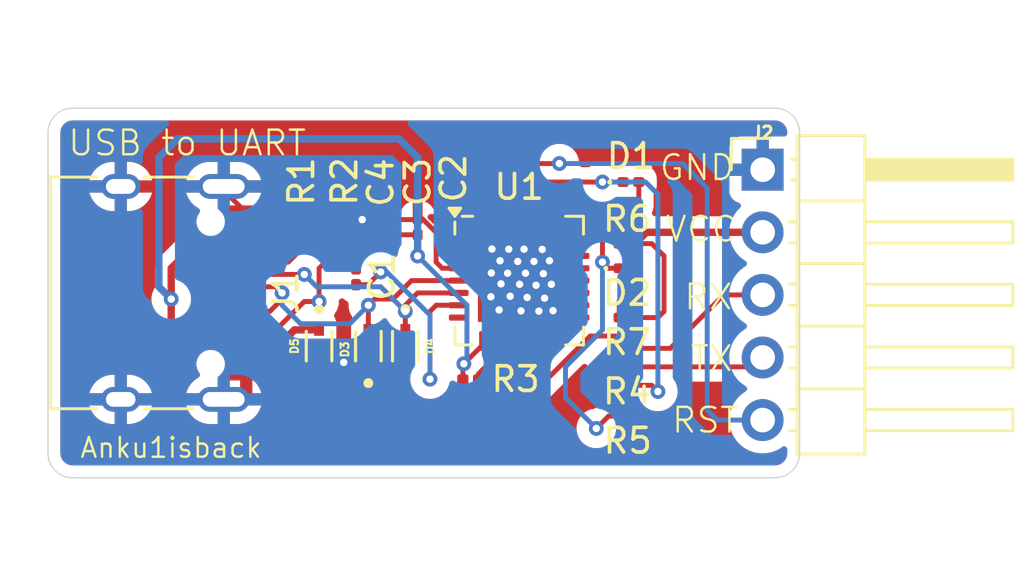
<source format=kicad_pcb>
(kicad_pcb (version 20241229) (generator "pcbnew") (generator_version "9.0")
  (layers (0 "F.Cu" signal) (2 "B.Cu" signal) (13 "F.Paste" user) (15 "B.Paste" user) (5 "F.SilkS" user "F.Silkscreen") (7 "B.SilkS" user "B.Silkscreen") (1 "F.Mask" user) (3 "B.Mask" user) (25 "Edge.Cuts" user))
  (net 0 "")
  (net 1 "GND")
  (net 2 "Net-(U1-VDD)")
  (net 3 "Net-(U1-~{DTR})")
  (net 4 "/RST")
  (net 5 "VBUS")
  (net 6 "Net-(D1-A)")
  (net 7 "Net-(D1-K)")
  (net 8 "Net-(D2-K)")
  (net 9 "Net-(D2-A)")
  (net 10 "/D+")
  (net 11 "Net-(J1-CC1)")
  (net 14 "Net-(J1-CC2)")
  (net 15 "/D-")
  (net 16 "/TX")
  (net 17 "/RX")
  (net 18 "Net-(U1-~{RST})")
  (footprint "LESD5D5.0CT1G:TVS_LESD5D5.0CT1G" (layer "F.Cu") (at 149.5 113.16 -90)
    (property "Reference" "D5" (at 0 1 90) (layer "F.SilkS") (effects (font (size 0.32 0.32))))
    (property "Value" "LESD5D5.0CT1G")
    (fp_line (start 0.6 0.52) (end -0.6 0.52) (stroke (width 0.127)) (layer "F.SilkS"))
    (fp_line (start -0.6 -0.52) (end 0.6 -0.52) (stroke (width 0.127)) (layer "F.SilkS"))
    (fp_circle (center -1.5 0) (end -1.4 0) (stroke (width 0.2)) (fill no) (layer "F.SilkS"))
    (pad "1" smd rect (at -0.66 0 270) (size 0.48 0.4) (layers "F.Cu" "F.Mask" "F.Paste") (net 5 "VBUS"))
    (pad "2" smd rect (at 0.66 0 270) (size 0.48 0.4) (layers "F.Cu" "F.Mask" "F.Paste") (net 1 "GND"))
  )
  (footprint "Capacitor_SMD:C_0201_0603Metric" (layer "F.Cu") (at 152 108.345 90)
    (property "Reference" "C4" (at 1.82 0 90) (layer "F.SilkS"))
    (property "Value" "100nF")
    (pad "1" smd roundrect (at -0.32 0 90) (size 0.46 0.4) (layers "F.Cu" "F.Mask") (net 5 "VBUS"))
    (pad "2" smd roundrect (at 0.32 0 90) (size 0.46 0.4) (layers "F.Cu" "F.Mask") (net 1 "GND"))
  )
  (footprint "Resistor_SMD:R_0201_0603Metric" (layer "F.Cu") (at 150.5 108.345 90)
    (property "Reference" "R2" (at 1.865 0.03 90) (layer "F.SilkS"))
    (property "Value" "5.1K")
    (pad "1" smd roundrect (at -0.32 0 90) (size 0.46 0.4) (layers "F.Cu" "F.Mask") (net 14 "Net-(J1-CC2)"))
    (pad "2" smd roundrect (at 0.32 0 90) (size 0.46 0.4) (layers "F.Cu" "F.Mask") (net 1 "GND"))
  )
  (footprint "Resistor_SMD:R_0201_0603Metric" (layer "F.Cu") (at 162 112 180)
    (property "Reference" "R7" (at 0 -1 0) (layer "F.SilkS"))
    (property "Value" "1K")
    (pad "1" smd roundrect (at -0.32 0 180) (size 0.46 0.4) (layers "F.Cu" "F.Mask") (net 5 "VBUS"))
    (pad "2" smd roundrect (at 0.32 0 180) (size 0.46 0.4) (layers "F.Cu" "F.Mask") (net 9 "Net-(D2-A)"))
  )
  (footprint "Capacitor_SMD:C_0201_0603Metric" (layer "F.Cu") (at 153.5 108.32 90)
    (property "Reference" "C3" (at 1.82 0 90) (layer "F.SilkS"))
    (property "Value" "100nF")
    (pad "1" smd roundrect (at -0.32 0 90) (size 0.46 0.4) (layers "F.Cu" "F.Mask") (net 5 "VBUS"))
    (pad "2" smd roundrect (at 0.32 0 90) (size 0.46 0.4) (layers "F.Cu" "F.Mask") (net 1 "GND"))
  )
  (footprint "Resistor_SMD:R_0201_0603Metric" (layer "F.Cu") (at 162 109 180)
    (property "Reference" "R6" (at 0 1 0) (layer "F.SilkS"))
    (property "Value" "1K")
    (pad "1" smd roundrect (at -0.32 0 180) (size 0.46 0.4) (layers "F.Cu" "F.Mask") (net 5 "VBUS"))
    (pad "2" smd roundrect (at 0.32 0 180) (size 0.46 0.4) (layers "F.Cu" "F.Mask") (net 6 "Net-(D1-A)"))
  )
  (footprint "Resistor_SMD:R_0201_0603Metric" (layer "F.Cu") (at 149 108.345 90)
    (property "Reference" "R1" (at 1.865 -0.22 90) (layer "F.SilkS"))
    (property "Value" "5.1K")
    (pad "1" smd roundrect (at -0.32 0 90) (size 0.46 0.4) (layers "F.Cu" "F.Mask") (net 11 "Net-(J1-CC1)"))
    (pad "2" smd roundrect (at 0.32 0 90) (size 0.46 0.4) (layers "F.Cu" "F.Mask") (net 1 "GND"))
  )
  (footprint "LED_SMD:LED_0201_0603Metric" (layer "F.Cu") (at 162 110)
    (property "Reference" "D2" (at 0 1 0) (layer "F.SilkS"))
    (property "Value" "LED")
    (fp_circle (center -0.86 0) (end -0.81 0) (stroke (width 0.1)) (fill no) (layer "F.SilkS"))
    (pad "1" smd roundrect (at -0.32 0) (size 0.46 0.4) (layers "F.Cu" "F.Mask") (net 8 "Net-(D2-K)"))
    (pad "2" smd roundrect (at 0.32 0) (size 0.46 0.4) (layers "F.Cu" "F.Mask") (net 9 "Net-(D2-A)"))
  )
  (footprint "LESD5D5.0CT1G:TVS_LESD5D5.0CT1G" (layer "F.Cu") (at 153 113.16 -90)
    (property "Reference" "D4" (at 0 -1 90) (layer "F.SilkS") (effects (font (size 0.32 0.32))))
    (property "Value" "LESD5D5.0CT1G")
    (fp_line (start 0.6 0.52) (end -0.6 0.52) (stroke (width 0.127)) (layer "F.SilkS"))
    (fp_line (start -0.6 -0.52) (end 0.6 -0.52) (stroke (width 0.127)) (layer "F.SilkS"))
    (fp_circle (center -1.5 0) (end -1.4 0) (stroke (width 0.2)) (fill no) (layer "F.SilkS"))
    (pad "1" smd rect (at -0.66 0 270) (size 0.48 0.4) (layers "F.Cu" "F.Mask" "F.Paste") (net 15 "/D-"))
    (pad "2" smd rect (at 0.66 0 270) (size 0.48 0.4) (layers "F.Cu" "F.Mask" "F.Paste") (net 1 "GND"))
  )
  (footprint "Capacitor_SMD:C_0201_0603Metric" (layer "F.Cu") (at 156 106.345 90)
    (property "Reference" "C2" (at 0 -1.05 90) (layer "F.SilkS"))
    (property "Value" "100nF")
    (pad "1" smd roundrect (at -0.32 0 90) (size 0.46 0.4) (layers "F.Cu" "F.Mask") (net 3 "Net-(U1-~{DTR})"))
    (pad "2" smd roundrect (at 0.32 0 90) (size 0.46 0.4) (layers "F.Cu" "F.Mask") (net 4 "/RST"))
  )
  (footprint "LESD5D5.0CT1G:TVS_LESD5D5.0CT1G" (layer "F.Cu") (at 151.5 113.16 90)
    (property "Reference" "D3" (at -0.134 -0.9532 90) (layer "F.SilkS") (effects (font (size 0.32 0.32))))
    (property "Value" "LESD5D5.0CT1G")
    (fp_line (start -0.6 -0.52) (end 0.6 -0.52) (stroke (width 0.127)) (layer "F.SilkS"))
    (fp_line (start 0.6 0.52) (end -0.6 0.52) (stroke (width 0.127)) (layer "F.SilkS"))
    (fp_circle (center -1.5 0) (end -1.4 0) (stroke (width 0.2)) (fill no) (layer "F.SilkS"))
    (pad "1" smd rect (at -0.66 0 90) (size 0.48 0.4) (layers "F.Cu" "F.Mask" "F.Paste") (net 1 "GND"))
    (pad "2" smd rect (at 0.66 0 90) (size 0.48 0.4) (layers "F.Cu" "F.Mask" "F.Paste") (net 10 "/D+"))
  )
  (footprint "Resistor_SMD:R_0201_0603Metric" (layer "F.Cu") (at 162.025 116 180)
    (property "Reference" "R5" (at 0 -1 0) (layer "F.SilkS"))
    (property "Value" "1K")
    (pad "1" smd roundrect (at -0.32 0 180) (size 0.46 0.4) (layers "F.Cu" "F.Mask") (net 17 "/RX"))
    (pad "2" smd roundrect (at 0.32 0 180) (size 0.46 0.4) (layers "F.Cu" "F.Mask") (net 8 "Net-(D2-K)"))
  )
  (footprint "Package_DFN_QFN:QFN-28-1EP_5x5mm_P0.5mm_EP3.35x3.35mm" (layer "F.Cu") (at 157.62 110.5)
    (property "Reference" "U1" (at 0 -3.8 0) (layer "F.SilkS"))
    (property "Value" "CP2102N-Axx-xQFN28")
    (fp_line (start -2.61 -1.885) (end -2.61 -2.37) (stroke (width 0.12)) (layer "F.SilkS"))
    (fp_line (start -2.61 2.61) (end -2.61 1.885) (stroke (width 0.12)) (layer "F.SilkS"))
    (fp_line (start -1.885 -2.61) (end -2.31 -2.61) (stroke (width 0.12)) (layer "F.SilkS"))
    (fp_line (start -1.885 2.61) (end -2.61 2.61) (stroke (width 0.12)) (layer "F.SilkS"))
    (fp_line (start 1.885 -2.61) (end 2.61 -2.61) (stroke (width 0.12)) (layer "F.SilkS"))
    (fp_line (start 1.885 2.61) (end 2.61 2.61) (stroke (width 0.12)) (layer "F.SilkS"))
    (fp_line (start 2.61 -2.61) (end 2.61 -1.885) (stroke (width 0.12)) (layer "F.SilkS"))
    (fp_line (start 2.61 2.61) (end 2.61 1.885) (stroke (width 0.12)) (layer "F.SilkS"))
    (fp_poly (pts (xy -2.61 -2.61) (xy -2.85 -2.94) (xy -2.37 -2.94)) (stroke (width 0.12)) (fill yes) (layer "F.SilkS"))
    (pad "1" smd roundrect (at -2.45 -1.5) (size 0.8 0.25) (layers "F.Cu" "F.Mask" "F.Paste"))
    (pad "2" smd roundrect (at -2.45 -1) (size 0.8 0.25) (layers "F.Cu" "F.Mask" "F.Paste"))
    (pad "3" smd roundrect (at -2.45 -0.5) (size 0.8 0.25) (layers "F.Cu" "F.Mask" "F.Paste") (net 1 "GND"))
    (pad "4" smd roundrect (at -2.45 0) (size 0.8 0.25) (layers "F.Cu" "F.Mask" "F.Paste") (net 10 "/D+"))
    (pad "5" smd roundrect (at -2.45 0.5) (size 0.8 0.25) (layers "F.Cu" "F.Mask" "F.Paste") (net 15 "/D-"))
    (pad "6" smd roundrect (at -2.45 1) (size 0.8 0.25) (layers "F.Cu" "F.Mask" "F.Paste") (net 2 "Net-(U1-VDD)"))
    (pad "7" smd roundrect (at -2.45 1.5) (size 0.8 0.25) (layers "F.Cu" "F.Mask" "F.Paste") (net 5 "VBUS"))
    (pad "8" smd roundrect (at -1.5 2.45) (size 0.25 0.8) (layers "F.Cu" "F.Mask" "F.Paste") (net 5 "VBUS"))
    (pad "9" smd roundrect (at -1 2.45) (size 0.25 0.8) (layers "F.Cu" "F.Mask" "F.Paste") (net 18 "Net-(U1-~{RST})"))
    (pad "10" smd roundrect (at -0.5 2.45) (size 0.25 0.8) (layers "F.Cu" "F.Mask" "F.Paste"))
    (pad "11" smd roundrect (at 0 2.45) (size 0.25 0.8) (layers "F.Cu" "F.Mask" "F.Paste"))
    (pad "12" smd roundrect (at 0.5 2.45) (size 0.25 0.8) (layers "F.Cu" "F.Mask" "F.Paste"))
    (pad "13" smd roundrect (at 1 2.45) (size 0.25 0.8) (layers "F.Cu" "F.Mask" "F.Paste"))
    (pad "14" smd roundrect (at 1.5 2.45) (size 0.25 0.8) (layers "F.Cu" "F.Mask" "F.Paste"))
    (pad "15" smd roundrect (at 2.45 1.5) (size 0.8 0.25) (layers "F.Cu" "F.Mask" "F.Paste"))
    (pad "16" smd roundrect (at 2.45 1) (size 0.8 0.25) (layers "F.Cu" "F.Mask" "F.Paste"))
    (pad "17" smd roundrect (at 2.45 0.5) (size 0.8 0.25) (layers "F.Cu" "F.Mask" "F.Paste"))
    (pad "18" smd roundrect (at 2.45 0) (size 0.8 0.25) (layers "F.Cu" "F.Mask" "F.Paste"))
    (pad "19" smd roundrect (at 2.45 -0.5) (size 0.8 0.25) (layers "F.Cu" "F.Mask" "F.Paste"))
    (pad "20" smd roundrect (at 2.45 -1) (size 0.8 0.25) (layers "F.Cu" "F.Mask" "F.Paste"))
    (pad "21" smd roundrect (at 2.45 -1.5) (size 0.8 0.25) (layers "F.Cu" "F.Mask" "F.Paste"))
    (pad "22" smd roundrect (at 1.5 -2.45) (size 0.25 0.8) (layers "F.Cu" "F.Mask" "F.Paste"))
    (pad "23" smd roundrect (at 1 -2.45) (size 0.25 0.8) (layers "F.Cu" "F.Mask" "F.Paste"))
    (pad "24" smd roundrect (at 0.5 -2.45) (size 0.25 0.8) (layers "F.Cu" "F.Mask" "F.Paste"))
    (pad "25" smd roundrect (at 0 -2.45) (size 0.25 0.8) (layers "F.Cu" "F.Mask" "F.Paste") (net 8 "Net-(D2-K)"))
    (pad "26" smd roundrect (at -0.5 -2.45) (size 0.25 0.8) (layers "F.Cu" "F.Mask" "F.Paste") (net 7 "Net-(D1-K)"))
    (pad "27" smd roundrect (at -1 -2.45) (size 0.25 0.8) (layers "F.Cu" "F.Mask" "F.Paste"))
    (pad "28" smd roundrect (at -1.5 -2.45) (size 0.25 0.8) (layers "F.Cu" "F.Mask" "F.Paste") (net 3 "Net-(U1-~{DTR})"))
    (pad "29" smd rect (at 0 0) (size 3.35 3.35) (property pad_prop_heatsink) (layers "F.Cu" "F.Mask") (net 1 "GND"))
  )
  (footprint "Connector_PinHeader_2.54mm:PinHeader_1x05_P2.54mm_Horizontal" (layer "F.Cu") (at 167.5 106)
    (property "Reference" "J2" (at 0 -1.5 0) (layer "F.SilkS") (effects (font (size 0.5 0.5) (thickness 0.125))))
    (property "Value" "Conn_01x05_Pin")
    (fp_line (start -1.27 -1.27) (end 0 -1.27) (stroke (width 0.12)) (layer "F.SilkS"))
    (fp_line (start -1.27 0) (end -1.27 -1.27) (stroke (width 0.12)) (layer "F.SilkS"))
    (fp_line (start 1.077358 2.11) (end 1.39 2.11) (stroke (width 0.12)) (layer "F.SilkS"))
    (fp_line (start 1.077358 2.97) (end 1.39 2.97) (stroke (width 0.12)) (layer "F.SilkS"))
    (fp_line (start 1.077358 4.65) (end 1.39 4.65) (stroke (width 0.12)) (layer "F.SilkS"))
    (fp_line (start 1.077358 5.51) (end 1.39 5.51) (stroke (width 0.12)) (layer "F.SilkS"))
    (fp_line (start 1.077358 7.19) (end 1.39 7.19) (stroke (width 0.12)) (layer "F.SilkS"))
    (fp_line (start 1.077358 8.05) (end 1.39 8.05) (stroke (width 0.12)) (layer "F.SilkS"))
    (fp_line (start 1.077358 9.73) (end 1.39 9.73) (stroke (width 0.12)) (layer "F.SilkS"))
    (fp_line (start 1.077358 10.59) (end 1.39 10.59) (stroke (width 0.12)) (layer "F.SilkS"))
    (fp_line (start 1.16 -0.43) (end 1.39 -0.43) (stroke (width 0.12)) (layer "F.SilkS"))
    (fp_line (start 1.16 0.43) (end 1.39 0.43) (stroke (width 0.12)) (layer "F.SilkS"))
    (fp_line (start 1.39 -1.38) (end 1.39 11.54) (stroke (width 0.12)) (layer "F.SilkS"))
    (fp_line (start 1.39 1.27) (end 4.15 1.27) (stroke (width 0.12)) (layer "F.SilkS"))
    (fp_line (start 1.39 3.81) (end 4.15 3.81) (stroke (width 0.12)) (layer "F.SilkS"))
    (fp_line (start 1.39 6.35) (end 4.15 6.35) (stroke (width 0.12)) (layer "F.SilkS"))
    (fp_line (start 1.39 8.89) (end 4.15 8.89) (stroke (width 0.12)) (layer "F.SilkS"))
    (fp_line (start 1.39 11.54) (end 4.15 11.54) (stroke (width 0.12)) (layer "F.SilkS"))
    (fp_line (start 4.15 -1.38) (end 1.39 -1.38) (stroke (width 0.12)) (layer "F.SilkS"))
    (fp_line (start 4.15 2.11) (end 10.15 2.11) (stroke (width 0.12)) (layer "F.SilkS"))
    (fp_line (start 4.15 4.65) (end 10.15 4.65) (stroke (width 0.12)) (layer "F.SilkS"))
    (fp_line (start 4.15 7.19) (end 10.15 7.19) (stroke (width 0.12)) (layer "F.SilkS"))
    (fp_line (start 4.15 9.73) (end 10.15 9.73) (stroke (width 0.12)) (layer "F.SilkS"))
    (fp_line (start 4.15 11.54) (end 4.15 -1.38) (stroke (width 0.12)) (layer "F.SilkS"))
    (fp_line (start 10.15 2.11) (end 10.15 2.97) (stroke (width 0.12)) (layer "F.SilkS"))
    (fp_line (start 10.15 2.97) (end 4.15 2.97) (stroke (width 0.12)) (layer "F.SilkS"))
    (fp_line (start 10.15 4.65) (end 10.15 5.51) (stroke (width 0.12)) (layer "F.SilkS"))
    (fp_line (start 10.15 5.51) (end 4.15 5.51) (stroke (width 0.12)) (layer "F.SilkS"))
    (fp_line (start 10.15 7.19) (end 10.15 8.05) (stroke (width 0.12)) (layer "F.SilkS"))
    (fp_line (start 10.15 8.05) (end 4.15 8.05) (stroke (width 0.12)) (layer "F.SilkS"))
    (fp_line (start 10.15 9.73) (end 10.15 10.59) (stroke (width 0.12)) (layer "F.SilkS"))
    (fp_line (start 10.15 10.59) (end 4.15 10.59) (stroke (width 0.12)) (layer "F.SilkS"))
    (fp_rect (start 4.15 -0.43) (end 10.15 0.43) (stroke (width 0.12)) (fill yes) (layer "F.SilkS"))
    (pad "1" thru_hole rect (at 0 0) (size 1.7 1.7) (drill 1) (layers "*.Cu" "*.Mask") (net 1 "GND"))
    (pad "2" thru_hole circle (at 0 2.54) (size 1.7 1.7) (drill 1) (layers "*.Cu" "*.Mask") (net 5 "VBUS"))
    (pad "3" thru_hole circle (at 0 5.08) (size 1.7 1.7) (drill 1) (layers "*.Cu" "*.Mask") (net 17 "/RX"))
    (pad "4" thru_hole circle (at 0 7.62) (size 1.7 1.7) (drill 1) (layers "*.Cu" "*.Mask") (net 16 "/TX"))
    (pad "5" thru_hole circle (at 0 10.16) (size 1.7 1.7) (drill 1) (layers "*.Cu" "*.Mask") (net 4 "/RST"))
  )
  (footprint "LED_SMD:LED_0201_0603Metric" (layer "F.Cu") (at 162.155 106.5)
    (property "Reference" "D1" (at 0 -1.05 0) (layer "F.SilkS"))
    (property "Value" "LED")
    (fp_circle (center -0.86 0) (end -0.81 0) (stroke (width 0.1)) (fill no) (layer "F.SilkS"))
    (pad "1" smd roundrect (at -0.32 0) (size 0.46 0.4) (layers "F.Cu" "F.Mask") (net 7 "Net-(D1-K)"))
    (pad "2" smd roundrect (at 0.32 0) (size 0.46 0.4) (layers "F.Cu" "F.Mask") (net 6 "Net-(D1-A)"))
  )
  (footprint "Resistor_SMD:R_0201_0603Metric" (layer "F.Cu") (at 155.655 114.5)
    (property "Reference" "R3" (at 1.82 0 0) (layer "F.SilkS"))
    (property "Value" "10K")
    (pad "1" smd roundrect (at -0.32 0) (size 0.46 0.4) (layers "F.Cu" "F.Mask") (net 5 "VBUS"))
    (pad "2" smd roundrect (at 0.32 0) (size 0.46 0.4) (layers "F.Cu" "F.Mask") (net 18 "Net-(U1-~{RST})"))
  )
  (footprint "Connector_USB:USB_C_Receptacle_HRO_TYPE-C-31-M-12" (layer "F.Cu") (at 142.5 111 -90)
    (property "Reference" "J1" (at 0 -5.645 90) (layer "F.SilkS"))
    (property "Value" "USB_C_Receptacle_USB2.0_16P")
    (fp_line (start -4.7 3.9) (end 4.7 3.9) (stroke (width 0.12)) (layer "F.SilkS"))
    (fp_line (start -4.7 2) (end -4.7 3.9) (stroke (width 0.12)) (layer "F.SilkS"))
    (fp_line (start 4.7 2) (end 4.7 3.9) (stroke (width 0.12)) (layer "F.SilkS"))
    (fp_line (start -4.7 -1.9) (end -4.7 0.1) (stroke (width 0.12)) (layer "F.SilkS"))
    (fp_line (start 4.7 -1.9) (end 4.7 0.1) (stroke (width 0.12)) (layer "F.SilkS"))
    (pad "" np_thru_hole circle (at -2.89 -2.6 270) (size 0.65 0.65) (drill 0.65) (layers "*.Cu" "*.Mask"))
    (pad "" np_thru_hole circle (at 2.89 -2.6 270) (size 0.65 0.65) (drill 0.65) (layers "*.Cu" "*.Mask"))
    (pad "A1" smd rect (at -3.25 -4.045 270) (size 0.6 1.45) (layers "F.Cu" "F.Mask" "F.Paste") (net 1 "GND"))
    (pad "A4" smd rect (at -2.45 -4.045 270) (size 0.6 1.45) (layers "F.Cu" "F.Mask" "F.Paste") (net 5 "VBUS"))
    (pad "A5" smd rect (at -1.25 -4.045 270) (size 0.3 1.45) (layers "F.Cu" "F.Mask" "F.Paste") (net 11 "Net-(J1-CC1)"))
    (pad "A6" smd rect (at -0.25 -4.045 270) (size 0.3 1.45) (layers "F.Cu" "F.Mask" "F.Paste") (net 10 "/D+"))
    (pad "A7" smd rect (at 0.25 -4.045 270) (size 0.3 1.45) (layers "F.Cu" "F.Mask" "F.Paste") (net 15 "/D-"))
    (pad "A8" smd rect (at 1.25 -4.045 270) (size 0.3 1.45) (layers "F.Cu" "F.Mask" "F.Paste"))
    (pad "A9" smd rect (at 2.45 -4.045 270) (size 0.6 1.45) (layers "F.Cu" "F.Mask" "F.Paste") (net 5 "VBUS"))
    (pad "A12" smd rect (at 3.25 -4.045 270) (size 0.6 1.45) (layers "F.Cu" "F.Mask" "F.Paste") (net 1 "GND"))
    (pad "B1" smd rect (at 3.25 -4.045 270) (size 0.6 1.45) (layers "F.Cu" "F.Mask" "F.Paste") (net 1 "GND"))
    (pad "B4" smd rect (at 2.45 -4.045 270) (size 0.6 1.45) (layers "F.Cu" "F.Mask" "F.Paste") (net 5 "VBUS"))
    (pad "B5" smd rect (at 1.75 -4.045 270) (size 0.3 1.45) (layers "F.Cu" "F.Mask" "F.Paste") (net 14 "Net-(J1-CC2)"))
    (pad "B6" smd rect (at 0.75 -4.045 270) (size 0.3 1.45) (layers "F.Cu" "F.Mask" "F.Paste") (net 10 "/D+"))
    (pad "B7" smd rect (at -0.75 -4.045 270) (size 0.3 1.45) (layers "F.Cu" "F.Mask" "F.Paste") (net 15 "/D-"))
    (pad "B8" smd rect (at -1.75 -4.045 270) (size 0.3 1.45) (layers "F.Cu" "F.Mask" "F.Paste"))
    (pad "B9" smd rect (at -2.45 -4.045 270) (size 0.6 1.45) (layers "F.Cu" "F.Mask" "F.Paste") (net 5 "VBUS"))
    (pad "B12" smd rect (at -3.25 -4.045 270) (size 0.6 1.45) (layers "F.Cu" "F.Mask" "F.Paste") (net 1 "GND"))
    (pad "S1" thru_hole oval (at -4.32 -3.13 270) (size 1 2.1) (drill oval 0.6 1.7) (property pad_prop_heatsink) (layers "*.Cu" "*.Mask") (net 1 "GND"))
    (pad "S1" thru_hole oval (at -4.32 1.05 270) (size 1 1.6) (drill oval 0.6 1.2) (property pad_prop_heatsink) (layers "*.Cu" "*.Mask") (net 1 "GND"))
    (pad "S1" thru_hole oval (at 4.32 -3.13 270) (size 1 2.1) (drill oval 0.6 1.7) (property pad_prop_heatsink) (layers "*.Cu" "*.Mask") (net 1 "GND"))
    (pad "S1" thru_hole oval (at 4.32 1.05 270) (size 1 1.6) (drill oval 0.6 1.2) (property pad_prop_heatsink) (layers "*.Cu" "*.Mask") (net 1 "GND"))
  )
  (footprint "Resistor_SMD:R_0201_0603Metric" (layer "F.Cu") (at 162 114 180)
    (property "Reference" "R4" (at 0 -1 0) (layer "F.SilkS"))
    (property "Value" "1K")
    (pad "1" smd roundrect (at -0.32 0 180) (size 0.46 0.4) (layers "F.Cu" "F.Mask") (net 16 "/TX"))
    (pad "2" smd roundrect (at 0.32 0 180) (size 0.46 0.4) (layers "F.Cu" "F.Mask") (net 7 "Net-(D1-K)"))
  )
  (footprint "Capacitor_SMD:C_0201_0603Metric" (layer "F.Cu") (at 151 110.345 -90)
    (property "Reference" "C1" (at 0 -1.05 90) (layer "F.SilkS"))
    (property "Value" "100nF")
    (pad "1" smd roundrect (at -0.32 0 270) (size 0.46 0.4) (layers "F.Cu" "F.Mask") (net 1 "GND"))
    (pad "2" smd roundrect (at 0.32 0 270) (size 0.46 0.4) (layers "F.Cu" "F.Mask") (net 2 "Net-(U1-VDD)"))
  )
  (gr_arc (start 139.5 118.5) (mid 138.792893 118.207107) (end 138.5 117.5) (stroke (width 0.05)) (layer "Edge.Cuts"))
  (gr_arc (start 168 103.5) (mid 168.707107 103.792893) (end 169 104.5) (stroke (width 0.05)) (layer "Edge.Cuts"))
  (gr_line (start 169 104.5) (end 169 117.5) (stroke (width 0.05)) (layer "Edge.Cuts"))
  (gr_line (start 139.5 103.5) (end 168 103.5) (stroke (width 0.05)) (layer "Edge.Cuts"))
  (gr_line (start 139.5 118.5) (end 168 118.5) (stroke (width 0.05)) (layer "Edge.Cuts"))
  (gr_line (start 138.5 117.5) (end 138.5 104.5) (stroke (width 0.05)) (layer "Edge.Cuts"))
  (gr_arc (start 138.5 104.5) (mid 138.792893 103.792893) (end 139.5 103.5) (stroke (width 0.05)) (layer "Edge.Cuts"))
  (gr_arc (start 169 117.5) (mid 168.707107 118.207107) (end 168 118.5) (stroke (width 0.05)) (layer "Edge.Cuts"))
  (gr_text "VCC" (at 163.5 109 0) (layer "F.SilkS") (effects (font (size 1 1) (thickness 0.1)) (justify left bottom)))
  (gr_text "USB to UART" (at 139.25 105.5 0) (layer "F.SilkS") (effects (font (size 1 1) (thickness 0.1)) (justify left bottom)))
  (gr_text "TX\n" (at 164.5 114.25 0) (layer "F.SilkS") (effects (font (size 1 1) (thickness 0.1)) (justify left bottom)))
  (gr_text "GND" (at 163.25 106.5 0) (layer "F.SilkS") (effects (font (size 1 1) (thickness 0.1)) (justify left bottom)))
  (gr_text "RST\n" (at 163.75 116.75 0) (layer "F.SilkS") (effects (font (size 1 1) (thickness 0.1)) (justify left bottom)))
  (gr_text "Anku1isback\n" (at 139.75 117.75 0) (layer "F.SilkS") (effects (font (size 0.8 0.8) (thickness 0.1)) (justify left bottom)))
  (gr_text "RX" (at 164.25 111.75 0) (layer "F.SilkS") (effects (font (size 1 1) (thickness 0.1)) (justify left bottom)))
  (segment (start 153.699999 108) (end 153.5 108) (width 0.2) (layer "F.Cu") (net 1))
  (segment (start 150.5 113.82) (end 149.5 113.82) (width 0.2) (layer "F.Cu") (net 1))
  (segment (start 153.475 108.025) (end 153.5 108) (width 0.2) (layer "F.Cu") (net 1))
  (segment (start 149.07 114.25) (end 149.5 113.82) (width 0.2) (layer "F.Cu") (net 1))
  (segment (start 146.545 107.75) (end 147.75 107.75) (width 0.2) (layer "F.Cu") (net 1))
  (segment (start 151.25 108.025) (end 150.5 108.025) (width 0.2) (layer "F.Cu") (net 1))
  (segment (start 145.63 106.68) (end 145.63 106.835) (width 0.2) (layer "F.Cu") (net 1))
  (segment (start 141.45 115.32) (end 145.63 115.32) (width 0.2) (layer "F.Cu") (net 1))
  (segment (start 154.5 110) (end 154.25 109.75) (width 0.2) (layer "F.Cu") (net 1))
  (segment (start 146.18 115.32) (end 146.545 114.955) (width 0.2) (layer "F.Cu") (net 1))
  (segment (start 154.25 109.75) (end 154.25 108.550001) (width 0.2) (layer "F.Cu") (net 1))
  (segment (start 164 106) (end 162.5 104.5) (width 0.3) (layer "F.Cu") (net 1))
  (segment (start 145.63 115.32) (end 146.18 115.32) (width 0.2) (layer "F.Cu") (net 1))
  (segment (start 155.17 110) (end 154.5 110) (width 0.2) (layer "F.Cu") (net 1))
  (segment (start 146.545 114.25) (end 149.07 114.25) (width 0.2) (layer "F.Cu") (net 1))
  (segment (start 153.5 105.5) (end 153.5 108) (width 0.3) (layer "F.Cu") (net 1))
  (segment (start 141.45 106.68) (end 145.63 106.68) (width 0.2) (layer "F.Cu") (net 1))
  (segment (start 150.5 108.025) (end 152 108.025) (width 0.2) (layer "F.Cu") (net 1))
  (segment (start 151.5 113.82) (end 150.5 113.82) (width 0.2) (layer "F.Cu") (net 1))
  (segment (start 149 108.025) (end 151.25 108.025) (width 0.2) (layer "F.Cu") (net 1))
  (segment (start 148.025 108.025) (end 149 108.025) (width 0.2) (layer "F.Cu") (net 1))
  (segment (start 146.545 114.955) (end 146.545 114.25) (width 0.2) (layer "F.Cu") (net 1))
  (segment (start 154.5 104.5) (end 153.5 105.5) (width 0.3) (layer "F.Cu") (net 1))
  (segment (start 162.5 104.5) (end 154.5 104.5) (width 0.3) (layer "F.Cu") (net 1))
  (segment (start 147.75 107.75) (end 148.025 108.025) (width 0.2) (layer "F.Cu") (net 1))
  (segment (start 154.25 108.550001) (end 153.699999 108) (width 0.2) (layer "F.Cu") (net 1))
  (segment (start 151 109) (end 151.25 108.75) (width 0.2) (layer "F.Cu") (net 1))
  (segment (start 145.63 106.835) (end 146.545 107.75) (width 0.2) (layer "F.Cu") (net 1))
  (segment (start 152 108.025) (end 153.475 108.025) (width 0.2) (layer "F.Cu") (net 1))
  (segment (start 167.5 106) (end 164 106) (width 0.3) (layer "F.Cu") (net 1))
  (segment (start 151 110.025) (end 151 109) (width 0.2) (layer "F.Cu") (net 1))
  (segment (start 153 113.82) (end 151.5 113.82) (width 0.2) (layer "F.Cu") (net 1))
  (segment (start 151.25 108.75) (end 151.25 108.025) (width 0.2) (layer "F.Cu") (net 1))
  (via (at 157.637001 110.649819) (size 0.6) (drill 0.3) (layers "F.Cu" "B.Cu") (net 1))
  (via (at 151.25 108.025) (size 0.6) (drill 0.3) (layers "F.Cu" "B.Cu") (net 1))
  (via (at 158.219709 109.723217) (size 0.6) (drill 0.3) (layers "F.Cu" "B.Cu") (net 1))
  (via (at 150.5 113.82) (size 0.6) (drill 0.3) (layers "F.Cu" "B.Cu") (net 1))
  (via (at 158.420314 111.738814) (size 0.6) (drill 0.3) (layers "F.Cu" "B.Cu") (net 1))
  (via (at 156.844136 109.694559) (size 0.6) (drill 0.3) (layers "F.Cu" "B.Cu") (net 1))
  (via (at 157.8185 109.226482) (size 0.6) (drill 0.3) (layers "F.Cu" "B.Cu") (net 1))
  (via (at 156.805925 111.691051) (size 0.6) (drill 0.3) (layers "F.Cu" "B.Cu") (net 1))
  (via (at 157.875816 110.200847) (size 0.6) (drill 0.3) (layers "F.Cu" "B.Cu") (net 1))
  (via (at 157.942684 111.184764) (size 0.6) (drill 0.3) (layers "F.Cu" "B.Cu") (net 1))
  (via (at 158.993469 111.719709) (size 0.6) (drill 0.3) (layers "F.Cu" "B.Cu") (net 1))
  (via (at 157.197582 109.226482) (size 0.6) (drill 0.3) (layers "F.Cu" "B.Cu") (net 1))
  (via (at 156.514207 109.218562) (size 0.6) (drill 0.3) (layers "F.Cu" "B.Cu") (net 1))
  (via (at 156.882346 110.630714) (size 0.6) (drill 0.3) (layers "F.Cu" "B.Cu") (net 1))
  (via (at 157.56058 109.723217) (size 0.6) (drill 0.3) (layers "F.Cu" "B.Cu") (net 1))
  (via (at 158.55405 109.236035) (size 0.6) (drill 0.3) (layers "F.Cu" "B.Cu") (net 1))
  (via (at 158.926601 110.649819) (size 0.6) (drill 0.3) (layers "F.Cu" "B.Cu") (net 1))
  (via (at 157.694317 111.729262) (size 0.6) (drill 0.3) (layers "F.Cu" "B.Cu") (net 1))
  (via (at 156.49069 110.191294) (size 0.6) (drill 0.3) (layers "F.Cu" "B.Cu") (net 1))
  (via (at 158.649576 111.213422) (size 0.6) (drill 0.3) (layers "F.Cu" "B.Cu") (net 1))
  (via (at 158.85018 109.694559) (size 0.6) (drill 0.3) (layers "F.Cu" "B.Cu") (net 1))
  (via (at 157.149819 110.200847) (size 0.6) (drill 0.3) (layers "F.Cu" "B.Cu") (net 1))
  (via (at 157.254897 111.137001) (size 0.6) (drill 0.3) (layers "F.Cu" "B.Cu") (net 1))
  (via (at 156.471585 111.156106) (size 0.6) (drill 0.3) (layers "F.Cu" "B.Cu") (net 1))
  (via (at 158.305682 110.688029) (size 0.6) (drill 0.3) (layers "F.Cu" "B.Cu") (net 1))
  (via (at 158.601813 110.219952) (size 0.6) (drill 0.3) (layers "F.Cu" "B.Cu") (net 1))
  (segment (start 147.725 108.025) (end 147.25 108.5) (width 0.2) (layer "B.Cu") (net 1))
  (segment (start 147.25 108.5) (end 147.25 113) (width 0.2) (layer "B.Cu") (net 1))
  (segment (start 147.25 113) (end 148.07 113.82) (width 0.2) (layer "B.Cu") (net 1))
  (segment (start 148.07 113.82) (end 150.5 113.82) (width 0.2) (layer "B.Cu") (net 1))
  (segment (start 151.25 108.025) (end 147.725 108.025) (width 0.2) (layer "B.Cu") (net 1))
  (segment (start 151 110.665) (end 151.485 110.665) (width 0.2) (layer "F.Cu") (net 2))
  (segment (start 155.17 111.5) (end 154.25 111.5) (width 0.2) (layer "F.Cu") (net 2))
  (segment (start 151.485 110.665) (end 152 110.15) (width 0.2) (layer "F.Cu") (net 2))
  (segment (start 154 111.75) (end 154 114.5) (width 0.2) (layer "F.Cu") (net 2))
  (segment (start 154.25 111.5) (end 154 111.75) (width 0.2) (layer "F.Cu") (net 2))
  (via (at 154 114.5) (size 0.6) (drill 0.3) (layers "F.Cu" "B.Cu") (net 2))
  (via (at 152 110.15) (size 0.6) (drill 0.3) (layers "F.Cu" "B.Cu") (net 2))
  (segment (start 152 110.15) (end 152.249943 110.15) (width 0.2) (layer "B.Cu") (net 2))
  (segment (start 152.249943 110.15) (end 154 111.900057) (width 0.2) (layer "B.Cu") (net 2))
  (segment (start 154 111.900057) (end 154 114.5) (width 0.2) (layer "B.Cu") (net 2))
  (segment (start 156.12 106.785) (end 156 106.665) (width 0.2) (layer "F.Cu") (net 3))
  (segment (start 156.12 108.05) (end 156.12 106.785) (width 0.2) (layer "F.Cu") (net 3))
  (segment (start 159.25 105.75) (end 156.275 105.75) (width 0.2) (layer "F.Cu") (net 4))
  (segment (start 156.275 105.75) (end 156 106.025) (width 0.2) (layer "F.Cu") (net 4))
  (via (at 159.25 105.75) (size 0.6) (drill 0.3) (layers "F.Cu" "B.Cu") (net 4))
  (segment (start 165.66 116.16) (end 167.5 116.16) (width 0.2) (layer "B.Cu") (net 4))
  (segment (start 165.25 115.75) (end 165.66 116.16) (width 0.2) (layer "B.Cu") (net 4))
  (segment (start 159.25 105.75) (end 164.25 105.75) (width 0.2) (layer "B.Cu") (net 4))
  (segment (start 165.25 106.75) (end 165.25 115.75) (width 0.2) (layer "B.Cu") (net 4))
  (segment (start 164.25 105.75) (end 165.25 106.75) (width 0.2) (layer "B.Cu") (net 4))
  (segment (start 163.25 112) (end 163.5 111.75) (width 0.2) (layer "F.Cu") (net 5))
  (segment (start 155.635001 115) (end 158.25 115) (width 0.2) (layer "F.Cu") (net 5))
  (segment (start 155.375 113.875) (end 156.12 113.13) (width 0.2) (layer "F.Cu") (net 5))
  (segment (start 152.025 108.64) (end 152 108.665) (width 0.2) (layer "F.Cu") (net 5))
  (segment (start 163.5 111.75) (end 163.5 109.5) (width 0.2) (layer "F.Cu") (net 5))
  (segment (start 144.25 109.25) (end 143.5 110) (width 0.3) (layer "F.Cu") (net 5))
  (segment (start 162.32 112.43) (end 162.32 112) (width 0.2) (layer "F.Cu") (net 5))
  (segment (start 162 112.75) (end 162.32 112.43) (width 0.2) (layer "F.Cu") (net 5))
  (segment (start 146.545 108.55) (end 145.7 108.55) (width 0.3) (layer "F.Cu") (net 5))
  (segment (start 145.400719 113.164) (end 145.686719 113.45) (width 0.3) (layer "F.Cu") (net 5))
  (segment (start 162.78 108.54) (end 162.32 109) (width 0.3) (layer "F.Cu") (net 5))
  (segment (start 143.5 110) (end 143.5 111.25) (width 0.3) (layer "F.Cu") (net 5))
  (segment (start 147.55 113.45) (end 148.5 112.5) (width 0.3) (layer "F.Cu") (net 5))
  (segment (start 145 109.25) (end 144.25 109.25) (width 0.3) (layer "F.Cu") (net 5))
  (segment (start 162.32 112) (end 163.25 112) (width 0.2) (layer "F.Cu") (net 5))
  (segment (start 163.5 109.5) (end 163 109) (width 0.2) (layer "F.Cu") (net 5))
  (segment (start 158.25 115) (end 160.5 112.75) (width 0.2) (layer "F.Cu") (net 5))
  (segment (start 145.686719 113.45) (end 146.545 113.45) (width 0.3) (layer "F.Cu") (net 5))
  (segment (start 155.335 114.5) (end 155.335 114.699999) (width 0.2) (layer "F.Cu") (net 5))
  (segment (start 145.7 108.55) (end 145 109.25) (width 0.3) (layer "F.Cu") (net 5))
  (segment (start 155.335 114.699999) (end 155.635001 115) (width 0.2) (layer "F.Cu") (net 5))
  (segment (start 148.5 112.5) (end 149.5 112.5) (width 0.3) (layer "F.Cu") (net 5))
  (segment (start 155.335 113.915) (end 155.375 113.875) (width 0.2) (layer "F.Cu") (net 5))
  (segment (start 160.5 112.75) (end 162 112.75) (width 0.2) (layer "F.Cu") (net 5))
  (segment (start 163 109) (end 162.32 109) (width 0.2) (layer "F.Cu") (net 5))
  (segment (start 155.335 114.5) (end 155.335 113.915) (width 0.2) (layer "F.Cu") (net 5))
  (segment (start 144.164 113.164) (end 145.400719 113.164) (width 0.3) (layer "F.Cu") (net 5))
  (segment (start 153.5 108.64) (end 152.025 108.64) (width 0.2) (layer "F.Cu") (net 5))
  (segment (start 156.12 113.13) (end 156.12 112.95) (width 0.2) (layer "F.Cu") (net 5))
  (segment (start 143.5 111.25) (end 143.5 112.5) (width 0.3) (layer "F.Cu") (net 5))
  (segment (start 143.5 112.5) (end 144.164 113.164) (width 0.3) (layer "F.Cu") (net 5))
  (segment (start 167.5 108.54) (end 162.78 108.54) (width 0.3) (layer "F.Cu") (net 5))
  (segment (start 146.545 113.45) (end 147.55 113.45) (width 0.3) (layer "F.Cu") (net 5))
  (via (at 155.375 113.875) (size 0.6) (drill 0.3) (layers "F.Cu" "B.Cu") (net 5))
  (via (at 143.5 111.25) (size 0.6) (drill 0.3) (layers "F.Cu" "B.Cu") (net 5))
  (via (at 153.5 109.5) (size 0.6) (drill 0.3) (layers "F.Cu" "B.Cu") (net 5))
  (segment (start 143.5 111.25) (end 143 110.75) (width 0.3) (layer "B.Cu") (net 5))
  (segment (start 152.75 104.75) (end 153.5 105.5) (width 0.3) (layer "B.Cu") (net 5))
  (segment (start 143.75 104.75) (end 152.75 104.75) (width 0.3) (layer "B.Cu") (net 5))
  (segment (start 155.5 113.75) (end 155.5 111.5) (width 0.2) (layer "B.Cu") (net 5))
  (segment (start 155.5 111.5) (end 153.5 109.5) (width 0.2) (layer "B.Cu") (net 5))
  (segment (start 155.375 113.875) (end 155.5 113.75) (width 0.2) (layer "B.Cu") (net 5))
  (segment (start 153.5 105.5) (end 153.5 109.5) (width 0.3) (layer "B.Cu") (net 5))
  (segment (start 143 105.5) (end 143.75 104.75) (width 0.3) (layer "B.Cu") (net 5))
  (segment (start 143 110.75) (end 143 105.5) (width 0.3) (layer "B.Cu") (net 5))
  (segment (start 161.68 108.248) (end 162.475 107.453) (width 0.2) (layer "F.Cu") (net 6))
  (segment (start 162.475 107.453) (end 162.475 106.5) (width 0.2) (layer "F.Cu") (net 6))
  (segment (start 161.68 109) (end 161.68 108.248) (width 0.2) (layer "F.Cu") (net 6))
  (segment (start 163 114.75) (end 163.25 115) (width 0.2) (layer "F.Cu") (net 7))
  (segment (start 157.12 107.38) (end 157.12 108.05) (width 0.2) (layer "F.Cu") (net 7))
  (segment (start 162 114.75) (end 163 114.75) (width 0.2) (layer "F.Cu") (net 7))
  (segment (start 161.68 114.43) (end 162 114.75) (width 0.2) (layer "F.Cu") (net 7))
  (segment (start 161 106.5) (end 158 106.5) (width 0.2) (layer "F.Cu") (net 7))
  (segment (start 161.68 114) (end 161.68 114.43) (width 0.2) (layer "F.Cu") (net 7))
  (segment (start 158 106.5) (end 157.12 107.38) (width 0.2) (layer "F.Cu") (net 7))
  (segment (start 161.835 106.5) (end 161 106.5) (width 0.2) (layer "F.Cu") (net 7))
  (via (at 163.25 115) (size 0.6) (drill 0.3) (layers "F.Cu" "B.Cu") (net 7))
  (via (at 161 106.5) (size 0.6) (drill 0.3) (layers "F.Cu" "B.Cu") (net 7))
  (segment (start 163.25 107) (end 163.25 115) (width 0.2) (layer "B.Cu") (net 7))
  (segment (start 162.75 106.5) (end 163.25 107) (width 0.2) (layer "B.Cu") (net 7))
  (segment (start 161 106.5) (end 162.75 106.5) (width 0.2) (layer "B.Cu") (net 7))
  (segment (start 159.75 107) (end 158.25 107) (width 0.2) (layer "F.Cu") (net 8))
  (segment (start 158.25 107) (end 157.62 107.63) (width 0.2) (layer "F.Cu") (net 8))
  (segment (start 161.68 110) (end 161.25 110) (width 0.2) (layer "F.Cu") (net 8))
  (segment (start 161 109.75) (end 161 108.25) (width 0.2) (layer "F.Cu") (net 8))
  (segment (start 157.62 107.63) (end 157.62 108.05) (width 0.2) (layer "F.Cu") (net 8))
  (segment (start 161.705 116) (end 161.25 116) (width 0.2) (layer "F.Cu") (net 8))
  (segment (start 161.25 116) (end 160.75 116.5) (width 0.2) (layer "F.Cu") (net 8))
  (segment (start 161.25 110) (end 161 109.75) (width 0.2) (layer "F.Cu") (net 8))
  (segment (start 161 108.25) (end 159.75 107) (width 0.2) (layer "F.Cu") (net 8))
  (via (at 161 109.75) (size 0.6) (drill 0.3) (layers "F.Cu" "B.Cu") (net 8))
  (via (at 160.75 116.5) (size 0.6) (drill 0.3) (layers "F.Cu" "B.Cu") (net 8))
  (segment (start 161 112.5) (end 161 109.75) (width 0.2) (layer "B.Cu") (net 8))
  (segment (start 159.5 114) (end 161 112.5) (width 0.2) (layer "B.Cu") (net 8))
  (segment (start 159.5 115.25) (end 159.5 114) (width 0.2) (layer "B.Cu") (net 8))
  (segment (start 160.75 116.5) (end 159.5 115.25) (width 0.2) (layer "B.Cu") (net 8))
  (segment (start 161.68 112) (end 161.68 111.32) (width 0.2) (layer "F.Cu") (net 9))
  (segment (start 162.32 110.68) (end 162.32 110) (width 0.2) (layer "F.Cu") (net 9))
  (segment (start 161.68 111.32) (end 162.32 110.68) (width 0.2) (layer "F.Cu") (net 9))
  (segment (start 148 111.25) (end 148 111) (width 0.2) (layer "F.Cu") (net 10))
  (segment (start 146.545 110.75) (end 147.75 110.75) (width 0.2) (layer "F.Cu") (net 10))
  (segment (start 147.75 110.75) (end 148 111) (width 0.2) (layer "F.Cu") (net 10))
  (segment (start 155.17 110.5) (end 153.25 110.5) (width 0.2) (layer "F.Cu") (net 10))
  (segment (start 153.25 110.5) (end 152.5 111.25) (width 0.2) (layer "F.Cu") (net 10))
  (segment (start 152.5 111.25) (end 151.75 111.25) (width 0.2) (layer "F.Cu") (net 10))
  (segment (start 151.5 111.5) (end 151.5 112.5) (width 0.2) (layer "F.Cu") (net 10))
  (segment (start 147.5 111.75) (end 148 111.25) (width 0.2) (layer "F.Cu") (net 10))
  (segment (start 146.545 111.75) (end 147.5 111.75) (width 0.2) (layer "F.Cu") (net 10))
  (segment (start 151.75 111.25) (end 151.5 111.5) (width 0.2) (layer "F.Cu") (net 10))
  (via (at 151.5 111.5) (size 0.6) (drill 0.3) (layers "F.Cu" "B.Cu") (net 10))
  (via (at 148 111) (size 0.6) (drill 0.3) (layers "F.Cu" "B.Cu") (net 10))
  (segment (start 148.75 112.25) (end 150.75 112.25) (width 0.2) (layer "B.Cu") (net 10))
  (segment (start 150.75 112.25) (end 151.5 111.5) (width 0.2) (layer "B.Cu") (net 10))
  (segment (start 148 111.5) (end 148.75 112.25) (width 0.2) (layer "B.Cu") (net 10))
  (segment (start 148 111) (end 148 111.5) (width 0.2) (layer "B.Cu") (net 10))
  (segment (start 148.25 109.75) (end 149 109) (width 0.2) (layer "F.Cu") (net 11))
  (segment (start 149 109) (end 149 108.665) (width 0.2) (layer "F.Cu") (net 11))
  (segment (start 146.545 109.75) (end 148.25 109.75) (width 0.2) (layer "F.Cu") (net 11))
  (segment (start 149.5 110) (end 149.75 109.75) (width 0.2) (layer "F.Cu") (net 14))
  (segment (start 149.5 111.35) (end 149.5 110) (width 0.2) (layer "F.Cu") (net 14))
  (segment (start 149.75 109.75) (end 150.25 109.75) (width 0.2) (layer "F.Cu") (net 14))
  (segment (start 147.5 112.75) (end 146.545 112.75) (width 0.2) (layer "F.Cu") (net 14))
  (segment (start 148.9 111.35) (end 147.5 112.75) (width 0.2) (layer "F.Cu") (net 14))
  (segment (start 149.5 111.35) (end 148.9 111.35) (width 0.2) (layer "F.Cu") (net 14))
  (segment (start 150.5 109.5) (end 150.5 108.665) (width 0.2) (layer "F.Cu") (net 14))
  (segment (start 150.25 109.75) (end 150.5 109.5) (width 0.2) (layer "F.Cu") (net 14))
  (via (at 149.5 111.35) (size 0.6) (drill 0.3) (layers "F.Cu" "B.Cu") (net 14))
  (segment (start 153 111.75) (end 153 112.5) (width 0.2) (layer "F.Cu") (net 15))
  (segment (start 146.545 110.25) (end 148.9 110.25) (width 0.2) (layer "F.Cu") (net 15))
  (segment (start 153 111.5) (end 153.5 111) (width 0.2) (layer "F.Cu") (net 15))
  (segment (start 153.5 111) (end 155.17 111) (width 0.2) (layer "F.Cu") (net 15))
  (segment (start 153 111.75) (end 153 111.5) (width 0.2) (layer "F.Cu") (net 15))
  (via (at 153 111.75) (size 0.6) (drill 0.3) (layers "F.Cu" "B.Cu") (net 15))
  (via (at 148.9 110.25) (size 0.6) (drill 0.3) (layers "F.Cu" "B.Cu") (net 15))
  (segment (start 152 110.75) (end 149.4 110.75) (width 0.2) (layer "B.Cu") (net 15))
  (segment (start 149.4 110.75) (end 148.9 110.25) (width 0.2) (layer "B.Cu") (net 15))
  (segment (start 153 111.75) (end 152 110.75) (width 0.2) (layer "B.Cu") (net 15))
  (segment (start 167.12 114) (end 167.5 113.62) (width 0.2) (layer "F.Cu") (net 16))
  (segment (start 162.32 114) (end 167.12 114) (width 0.2) (layer "F.Cu") (net 16))
  (segment (start 161 113.75) (end 161.5 113.25) (width 0.2) (layer "F.Cu") (net 17))
  (segment (start 165.92 111.08) (end 167.5 111.08) (width 0.2) (layer "F.Cu") (net 17))
  (segment (start 161.5 113.25) (end 163.75 113.25) (width 0.2) (layer "F.Cu") (net 17))
  (segment (start 162.345 115.595) (end 162 115.25) (width 0.2) (layer "F.Cu") (net 17))
  (segment (start 161.5 115.25) (end 161 114.75) (width 0.2) (layer "F.Cu") (net 17))
  (segment (start 163.75 113.25) (end 165.92 111.08) (width 0.2) (layer "F.Cu") (net 17))
  (segment (start 162.345 116) (end 162.345 115.595) (width 0.2) (layer "F.Cu") (net 17))
  (segment (start 162 115.25) (end 161.5 115.25) (width 0.2) (layer "F.Cu") (net 17))
  (segment (start 161 114.75) (end 161 113.75) (width 0.2) (layer "F.Cu") (net 17))
  (segment (start 155.975 114.275) (end 156.62 113.63) (width 0.2) (layer "F.Cu") (net 18))
  (segment (start 155.975 114.5) (end 155.975 114.275) (width 0.2) (layer "F.Cu") (net 18))
  (segment (start 156.62 113.63) (end 156.62 112.95) (width 0.2) (layer "F.Cu") (net 18))
  (zone (net 1) (net_name "GND") (layers "F.Cu" "B.Cu") (connect_pads (clearance 0.5)) (min_thickness 0.25) (fill yes (thermal_gap 0.5) (thermal_bridge_width 0.5))
    (polygon (pts (xy 137.5 102.75) (xy 171 102.75) (xy 171 119.5) (xy 137.5 119.5)))
  )
)
</source>
